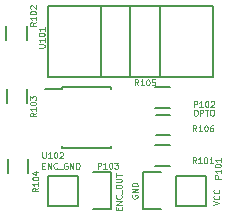
<source format=gto>
G04 #@! TF.FileFunction,Legend,Top*
%FSLAX46Y46*%
G04 Gerber Fmt 4.6, Leading zero omitted, Abs format (unit mm)*
G04 Created by KiCad (PCBNEW 4.0.1-stable) date 5/29/2016 12:54:54 PM*
%MOMM*%
G01*
G04 APERTURE LIST*
%ADD10C,0.100000*%
%ADD11C,0.125000*%
%ADD12C,0.150000*%
G04 APERTURE END LIST*
D10*
D11*
X182660000Y-114716190D02*
X182755238Y-114716190D01*
X182802857Y-114740000D01*
X182850476Y-114787619D01*
X182874285Y-114882857D01*
X182874285Y-115049524D01*
X182850476Y-115144762D01*
X182802857Y-115192381D01*
X182755238Y-115216190D01*
X182660000Y-115216190D01*
X182612381Y-115192381D01*
X182564762Y-115144762D01*
X182540952Y-115049524D01*
X182540952Y-114882857D01*
X182564762Y-114787619D01*
X182612381Y-114740000D01*
X182660000Y-114716190D01*
X183088572Y-115216190D02*
X183088572Y-114716190D01*
X183279048Y-114716190D01*
X183326667Y-114740000D01*
X183350476Y-114763810D01*
X183374286Y-114811429D01*
X183374286Y-114882857D01*
X183350476Y-114930476D01*
X183326667Y-114954286D01*
X183279048Y-114978095D01*
X183088572Y-114978095D01*
X183517143Y-114716190D02*
X183802857Y-114716190D01*
X183660000Y-115216190D02*
X183660000Y-114716190D01*
X184064762Y-114716190D02*
X184160000Y-114716190D01*
X184207619Y-114740000D01*
X184255238Y-114787619D01*
X184279047Y-114882857D01*
X184279047Y-115049524D01*
X184255238Y-115144762D01*
X184207619Y-115192381D01*
X184160000Y-115216190D01*
X184064762Y-115216190D01*
X184017143Y-115192381D01*
X183969524Y-115144762D01*
X183945714Y-115049524D01*
X183945714Y-114882857D01*
X183969524Y-114787619D01*
X184017143Y-114740000D01*
X184064762Y-114716190D01*
X176184286Y-123223809D02*
X176184286Y-123057143D01*
X176446190Y-122985714D02*
X176446190Y-123223809D01*
X175946190Y-123223809D01*
X175946190Y-122985714D01*
X176446190Y-122771428D02*
X175946190Y-122771428D01*
X176446190Y-122485714D01*
X175946190Y-122485714D01*
X176398571Y-121961904D02*
X176422381Y-121985714D01*
X176446190Y-122057142D01*
X176446190Y-122104761D01*
X176422381Y-122176190D01*
X176374762Y-122223809D01*
X176327143Y-122247618D01*
X176231905Y-122271428D01*
X176160476Y-122271428D01*
X176065238Y-122247618D01*
X176017619Y-122223809D01*
X175970000Y-122176190D01*
X175946190Y-122104761D01*
X175946190Y-122057142D01*
X175970000Y-121985714D01*
X175993810Y-121961904D01*
X176493810Y-121866666D02*
X176493810Y-121485714D01*
X175946190Y-121271428D02*
X175946190Y-121176190D01*
X175970000Y-121128571D01*
X176017619Y-121080952D01*
X176112857Y-121057143D01*
X176279524Y-121057143D01*
X176374762Y-121080952D01*
X176422381Y-121128571D01*
X176446190Y-121176190D01*
X176446190Y-121271428D01*
X176422381Y-121319047D01*
X176374762Y-121366666D01*
X176279524Y-121390476D01*
X176112857Y-121390476D01*
X176017619Y-121366666D01*
X175970000Y-121319047D01*
X175946190Y-121271428D01*
X175946190Y-120842856D02*
X176350952Y-120842856D01*
X176398571Y-120819047D01*
X176422381Y-120795237D01*
X176446190Y-120747618D01*
X176446190Y-120652380D01*
X176422381Y-120604761D01*
X176398571Y-120580952D01*
X176350952Y-120557142D01*
X175946190Y-120557142D01*
X175946190Y-120390475D02*
X175946190Y-120104761D01*
X176446190Y-120247618D02*
X175946190Y-120247618D01*
X169728572Y-119464286D02*
X169895238Y-119464286D01*
X169966667Y-119726190D02*
X169728572Y-119726190D01*
X169728572Y-119226190D01*
X169966667Y-119226190D01*
X170180953Y-119726190D02*
X170180953Y-119226190D01*
X170466667Y-119726190D01*
X170466667Y-119226190D01*
X170990477Y-119678571D02*
X170966667Y-119702381D01*
X170895239Y-119726190D01*
X170847620Y-119726190D01*
X170776191Y-119702381D01*
X170728572Y-119654762D01*
X170704763Y-119607143D01*
X170680953Y-119511905D01*
X170680953Y-119440476D01*
X170704763Y-119345238D01*
X170728572Y-119297619D01*
X170776191Y-119250000D01*
X170847620Y-119226190D01*
X170895239Y-119226190D01*
X170966667Y-119250000D01*
X170990477Y-119273810D01*
X171085715Y-119773810D02*
X171466667Y-119773810D01*
X171847619Y-119250000D02*
X171800000Y-119226190D01*
X171728572Y-119226190D01*
X171657143Y-119250000D01*
X171609524Y-119297619D01*
X171585715Y-119345238D01*
X171561905Y-119440476D01*
X171561905Y-119511905D01*
X171585715Y-119607143D01*
X171609524Y-119654762D01*
X171657143Y-119702381D01*
X171728572Y-119726190D01*
X171776191Y-119726190D01*
X171847619Y-119702381D01*
X171871429Y-119678571D01*
X171871429Y-119511905D01*
X171776191Y-119511905D01*
X172085715Y-119726190D02*
X172085715Y-119226190D01*
X172371429Y-119726190D01*
X172371429Y-119226190D01*
X172609525Y-119726190D02*
X172609525Y-119226190D01*
X172728572Y-119226190D01*
X172800001Y-119250000D01*
X172847620Y-119297619D01*
X172871429Y-119345238D01*
X172895239Y-119440476D01*
X172895239Y-119511905D01*
X172871429Y-119607143D01*
X172847620Y-119654762D01*
X172800001Y-119702381D01*
X172728572Y-119726190D01*
X172609525Y-119726190D01*
X177330000Y-121960953D02*
X177306190Y-122008572D01*
X177306190Y-122080000D01*
X177330000Y-122151429D01*
X177377619Y-122199048D01*
X177425238Y-122222857D01*
X177520476Y-122246667D01*
X177591905Y-122246667D01*
X177687143Y-122222857D01*
X177734762Y-122199048D01*
X177782381Y-122151429D01*
X177806190Y-122080000D01*
X177806190Y-122032381D01*
X177782381Y-121960953D01*
X177758571Y-121937143D01*
X177591905Y-121937143D01*
X177591905Y-122032381D01*
X177806190Y-121722857D02*
X177306190Y-121722857D01*
X177806190Y-121437143D01*
X177306190Y-121437143D01*
X177806190Y-121199047D02*
X177306190Y-121199047D01*
X177306190Y-121080000D01*
X177330000Y-121008571D01*
X177377619Y-120960952D01*
X177425238Y-120937143D01*
X177520476Y-120913333D01*
X177591905Y-120913333D01*
X177687143Y-120937143D01*
X177734762Y-120960952D01*
X177782381Y-121008571D01*
X177806190Y-121080000D01*
X177806190Y-121199047D01*
X184226190Y-122786666D02*
X184726190Y-122619999D01*
X184226190Y-122453333D01*
X184678571Y-122000952D02*
X184702381Y-122024762D01*
X184726190Y-122096190D01*
X184726190Y-122143809D01*
X184702381Y-122215238D01*
X184654762Y-122262857D01*
X184607143Y-122286666D01*
X184511905Y-122310476D01*
X184440476Y-122310476D01*
X184345238Y-122286666D01*
X184297619Y-122262857D01*
X184250000Y-122215238D01*
X184226190Y-122143809D01*
X184226190Y-122096190D01*
X184250000Y-122024762D01*
X184273810Y-122000952D01*
X184678571Y-121500952D02*
X184702381Y-121524762D01*
X184726190Y-121596190D01*
X184726190Y-121643809D01*
X184702381Y-121715238D01*
X184654762Y-121762857D01*
X184607143Y-121786666D01*
X184511905Y-121810476D01*
X184440476Y-121810476D01*
X184345238Y-121786666D01*
X184297619Y-121762857D01*
X184250000Y-121715238D01*
X184226190Y-121643809D01*
X184226190Y-121596190D01*
X184250000Y-121524762D01*
X184273810Y-121500952D01*
D12*
X181040000Y-120320000D02*
X183580000Y-120320000D01*
X178220000Y-120040000D02*
X179770000Y-120040000D01*
X181040000Y-120320000D02*
X181040000Y-122860000D01*
X179770000Y-123140000D02*
X178220000Y-123140000D01*
X178220000Y-123140000D02*
X178220000Y-120040000D01*
X181040000Y-122860000D02*
X183580000Y-122860000D01*
X183580000Y-122860000D02*
X183580000Y-120320000D01*
X172740000Y-122860000D02*
X170200000Y-122860000D01*
X175560000Y-123140000D02*
X174010000Y-123140000D01*
X172740000Y-122860000D02*
X172740000Y-120320000D01*
X174010000Y-120040000D02*
X175560000Y-120040000D01*
X175560000Y-120040000D02*
X175560000Y-123140000D01*
X172740000Y-120320000D02*
X170200000Y-120320000D01*
X170200000Y-120320000D02*
X170200000Y-122860000D01*
X179310000Y-117735000D02*
X180510000Y-117735000D01*
X180510000Y-119485000D02*
X179310000Y-119485000D01*
X168435000Y-107600000D02*
X168435000Y-108800000D01*
X166685000Y-108800000D02*
X166685000Y-107600000D01*
X166705000Y-114130000D02*
X166705000Y-112930000D01*
X168455000Y-112930000D02*
X168455000Y-114130000D01*
X166795000Y-120080000D02*
X166795000Y-118880000D01*
X168545000Y-118880000D02*
X168545000Y-120080000D01*
X179310000Y-112835000D02*
X180510000Y-112835000D01*
X180510000Y-114585000D02*
X179310000Y-114585000D01*
X177200000Y-105970000D02*
X177200000Y-111970000D01*
X177250000Y-111980000D02*
X177330000Y-111980000D01*
X179700000Y-105970000D02*
X179700000Y-111970000D01*
X174700000Y-105970000D02*
X174700000Y-111970000D01*
X170200000Y-105970000D02*
X184200000Y-105970000D01*
X184200000Y-105970000D02*
X184200000Y-111970000D01*
X184200000Y-111970000D02*
X170200000Y-111970000D01*
X170200000Y-111970000D02*
X170200000Y-105970000D01*
X171374001Y-112794000D02*
X171374001Y-112939000D01*
X175524001Y-112794000D02*
X175524001Y-112939000D01*
X175524001Y-117944000D02*
X175524001Y-117799000D01*
X171374001Y-117944000D02*
X171374001Y-117799000D01*
X171374001Y-112794000D02*
X175524001Y-112794000D01*
X171374001Y-117944000D02*
X175524001Y-117944000D01*
X171374001Y-112939000D02*
X169974001Y-112939000D01*
X180530000Y-116885000D02*
X179330000Y-116885000D01*
X179330000Y-115135000D02*
X180530000Y-115135000D01*
D11*
X184846190Y-120555237D02*
X184346190Y-120555237D01*
X184346190Y-120364761D01*
X184370000Y-120317142D01*
X184393810Y-120293333D01*
X184441429Y-120269523D01*
X184512857Y-120269523D01*
X184560476Y-120293333D01*
X184584286Y-120317142D01*
X184608095Y-120364761D01*
X184608095Y-120555237D01*
X184846190Y-119793333D02*
X184846190Y-120079047D01*
X184846190Y-119936190D02*
X184346190Y-119936190D01*
X184417619Y-119983809D01*
X184465238Y-120031428D01*
X184489048Y-120079047D01*
X184346190Y-119483809D02*
X184346190Y-119436190D01*
X184370000Y-119388571D01*
X184393810Y-119364762D01*
X184441429Y-119340952D01*
X184536667Y-119317143D01*
X184655714Y-119317143D01*
X184750952Y-119340952D01*
X184798571Y-119364762D01*
X184822381Y-119388571D01*
X184846190Y-119436190D01*
X184846190Y-119483809D01*
X184822381Y-119531428D01*
X184798571Y-119555238D01*
X184750952Y-119579047D01*
X184655714Y-119602857D01*
X184536667Y-119602857D01*
X184441429Y-119579047D01*
X184393810Y-119555238D01*
X184370000Y-119531428D01*
X184346190Y-119483809D01*
X184846190Y-118840953D02*
X184846190Y-119126667D01*
X184846190Y-118983810D02*
X184346190Y-118983810D01*
X184417619Y-119031429D01*
X184465238Y-119079048D01*
X184489048Y-119126667D01*
X182564763Y-114486190D02*
X182564763Y-113986190D01*
X182755239Y-113986190D01*
X182802858Y-114010000D01*
X182826667Y-114033810D01*
X182850477Y-114081429D01*
X182850477Y-114152857D01*
X182826667Y-114200476D01*
X182802858Y-114224286D01*
X182755239Y-114248095D01*
X182564763Y-114248095D01*
X183326667Y-114486190D02*
X183040953Y-114486190D01*
X183183810Y-114486190D02*
X183183810Y-113986190D01*
X183136191Y-114057619D01*
X183088572Y-114105238D01*
X183040953Y-114129048D01*
X183636191Y-113986190D02*
X183683810Y-113986190D01*
X183731429Y-114010000D01*
X183755238Y-114033810D01*
X183779048Y-114081429D01*
X183802857Y-114176667D01*
X183802857Y-114295714D01*
X183779048Y-114390952D01*
X183755238Y-114438571D01*
X183731429Y-114462381D01*
X183683810Y-114486190D01*
X183636191Y-114486190D01*
X183588572Y-114462381D01*
X183564762Y-114438571D01*
X183540953Y-114390952D01*
X183517143Y-114295714D01*
X183517143Y-114176667D01*
X183540953Y-114081429D01*
X183564762Y-114033810D01*
X183588572Y-114010000D01*
X183636191Y-113986190D01*
X183993333Y-114033810D02*
X184017143Y-114010000D01*
X184064762Y-113986190D01*
X184183809Y-113986190D01*
X184231428Y-114010000D01*
X184255238Y-114033810D01*
X184279047Y-114081429D01*
X184279047Y-114129048D01*
X184255238Y-114200476D01*
X183969524Y-114486190D01*
X184279047Y-114486190D01*
X174434763Y-119706190D02*
X174434763Y-119206190D01*
X174625239Y-119206190D01*
X174672858Y-119230000D01*
X174696667Y-119253810D01*
X174720477Y-119301429D01*
X174720477Y-119372857D01*
X174696667Y-119420476D01*
X174672858Y-119444286D01*
X174625239Y-119468095D01*
X174434763Y-119468095D01*
X175196667Y-119706190D02*
X174910953Y-119706190D01*
X175053810Y-119706190D02*
X175053810Y-119206190D01*
X175006191Y-119277619D01*
X174958572Y-119325238D01*
X174910953Y-119349048D01*
X175506191Y-119206190D02*
X175553810Y-119206190D01*
X175601429Y-119230000D01*
X175625238Y-119253810D01*
X175649048Y-119301429D01*
X175672857Y-119396667D01*
X175672857Y-119515714D01*
X175649048Y-119610952D01*
X175625238Y-119658571D01*
X175601429Y-119682381D01*
X175553810Y-119706190D01*
X175506191Y-119706190D01*
X175458572Y-119682381D01*
X175434762Y-119658571D01*
X175410953Y-119610952D01*
X175387143Y-119515714D01*
X175387143Y-119396667D01*
X175410953Y-119301429D01*
X175434762Y-119253810D01*
X175458572Y-119230000D01*
X175506191Y-119206190D01*
X175839524Y-119206190D02*
X176149047Y-119206190D01*
X175982381Y-119396667D01*
X176053809Y-119396667D01*
X176101428Y-119420476D01*
X176125238Y-119444286D01*
X176149047Y-119491905D01*
X176149047Y-119610952D01*
X176125238Y-119658571D01*
X176101428Y-119682381D01*
X176053809Y-119706190D01*
X175910952Y-119706190D01*
X175863333Y-119682381D01*
X175839524Y-119658571D01*
X182750477Y-119246190D02*
X182583810Y-119008095D01*
X182464763Y-119246190D02*
X182464763Y-118746190D01*
X182655239Y-118746190D01*
X182702858Y-118770000D01*
X182726667Y-118793810D01*
X182750477Y-118841429D01*
X182750477Y-118912857D01*
X182726667Y-118960476D01*
X182702858Y-118984286D01*
X182655239Y-119008095D01*
X182464763Y-119008095D01*
X183226667Y-119246190D02*
X182940953Y-119246190D01*
X183083810Y-119246190D02*
X183083810Y-118746190D01*
X183036191Y-118817619D01*
X182988572Y-118865238D01*
X182940953Y-118889048D01*
X183536191Y-118746190D02*
X183583810Y-118746190D01*
X183631429Y-118770000D01*
X183655238Y-118793810D01*
X183679048Y-118841429D01*
X183702857Y-118936667D01*
X183702857Y-119055714D01*
X183679048Y-119150952D01*
X183655238Y-119198571D01*
X183631429Y-119222381D01*
X183583810Y-119246190D01*
X183536191Y-119246190D01*
X183488572Y-119222381D01*
X183464762Y-119198571D01*
X183440953Y-119150952D01*
X183417143Y-119055714D01*
X183417143Y-118936667D01*
X183440953Y-118841429D01*
X183464762Y-118793810D01*
X183488572Y-118770000D01*
X183536191Y-118746190D01*
X184179047Y-119246190D02*
X183893333Y-119246190D01*
X184036190Y-119246190D02*
X184036190Y-118746190D01*
X183988571Y-118817619D01*
X183940952Y-118865238D01*
X183893333Y-118889048D01*
X169196190Y-107319523D02*
X168958095Y-107486190D01*
X169196190Y-107605237D02*
X168696190Y-107605237D01*
X168696190Y-107414761D01*
X168720000Y-107367142D01*
X168743810Y-107343333D01*
X168791429Y-107319523D01*
X168862857Y-107319523D01*
X168910476Y-107343333D01*
X168934286Y-107367142D01*
X168958095Y-107414761D01*
X168958095Y-107605237D01*
X169196190Y-106843333D02*
X169196190Y-107129047D01*
X169196190Y-106986190D02*
X168696190Y-106986190D01*
X168767619Y-107033809D01*
X168815238Y-107081428D01*
X168839048Y-107129047D01*
X168696190Y-106533809D02*
X168696190Y-106486190D01*
X168720000Y-106438571D01*
X168743810Y-106414762D01*
X168791429Y-106390952D01*
X168886667Y-106367143D01*
X169005714Y-106367143D01*
X169100952Y-106390952D01*
X169148571Y-106414762D01*
X169172381Y-106438571D01*
X169196190Y-106486190D01*
X169196190Y-106533809D01*
X169172381Y-106581428D01*
X169148571Y-106605238D01*
X169100952Y-106629047D01*
X169005714Y-106652857D01*
X168886667Y-106652857D01*
X168791429Y-106629047D01*
X168743810Y-106605238D01*
X168720000Y-106581428D01*
X168696190Y-106533809D01*
X168743810Y-106176667D02*
X168720000Y-106152857D01*
X168696190Y-106105238D01*
X168696190Y-105986191D01*
X168720000Y-105938572D01*
X168743810Y-105914762D01*
X168791429Y-105890953D01*
X168839048Y-105890953D01*
X168910476Y-105914762D01*
X169196190Y-106200476D01*
X169196190Y-105890953D01*
X169196190Y-115009523D02*
X168958095Y-115176190D01*
X169196190Y-115295237D02*
X168696190Y-115295237D01*
X168696190Y-115104761D01*
X168720000Y-115057142D01*
X168743810Y-115033333D01*
X168791429Y-115009523D01*
X168862857Y-115009523D01*
X168910476Y-115033333D01*
X168934286Y-115057142D01*
X168958095Y-115104761D01*
X168958095Y-115295237D01*
X169196190Y-114533333D02*
X169196190Y-114819047D01*
X169196190Y-114676190D02*
X168696190Y-114676190D01*
X168767619Y-114723809D01*
X168815238Y-114771428D01*
X168839048Y-114819047D01*
X168696190Y-114223809D02*
X168696190Y-114176190D01*
X168720000Y-114128571D01*
X168743810Y-114104762D01*
X168791429Y-114080952D01*
X168886667Y-114057143D01*
X169005714Y-114057143D01*
X169100952Y-114080952D01*
X169148571Y-114104762D01*
X169172381Y-114128571D01*
X169196190Y-114176190D01*
X169196190Y-114223809D01*
X169172381Y-114271428D01*
X169148571Y-114295238D01*
X169100952Y-114319047D01*
X169005714Y-114342857D01*
X168886667Y-114342857D01*
X168791429Y-114319047D01*
X168743810Y-114295238D01*
X168720000Y-114271428D01*
X168696190Y-114223809D01*
X168696190Y-113890476D02*
X168696190Y-113580953D01*
X168886667Y-113747619D01*
X168886667Y-113676191D01*
X168910476Y-113628572D01*
X168934286Y-113604762D01*
X168981905Y-113580953D01*
X169100952Y-113580953D01*
X169148571Y-113604762D01*
X169172381Y-113628572D01*
X169196190Y-113676191D01*
X169196190Y-113819048D01*
X169172381Y-113866667D01*
X169148571Y-113890476D01*
X169386190Y-121359523D02*
X169148095Y-121526190D01*
X169386190Y-121645237D02*
X168886190Y-121645237D01*
X168886190Y-121454761D01*
X168910000Y-121407142D01*
X168933810Y-121383333D01*
X168981429Y-121359523D01*
X169052857Y-121359523D01*
X169100476Y-121383333D01*
X169124286Y-121407142D01*
X169148095Y-121454761D01*
X169148095Y-121645237D01*
X169386190Y-120883333D02*
X169386190Y-121169047D01*
X169386190Y-121026190D02*
X168886190Y-121026190D01*
X168957619Y-121073809D01*
X169005238Y-121121428D01*
X169029048Y-121169047D01*
X168886190Y-120573809D02*
X168886190Y-120526190D01*
X168910000Y-120478571D01*
X168933810Y-120454762D01*
X168981429Y-120430952D01*
X169076667Y-120407143D01*
X169195714Y-120407143D01*
X169290952Y-120430952D01*
X169338571Y-120454762D01*
X169362381Y-120478571D01*
X169386190Y-120526190D01*
X169386190Y-120573809D01*
X169362381Y-120621428D01*
X169338571Y-120645238D01*
X169290952Y-120669047D01*
X169195714Y-120692857D01*
X169076667Y-120692857D01*
X168981429Y-120669047D01*
X168933810Y-120645238D01*
X168910000Y-120621428D01*
X168886190Y-120573809D01*
X169052857Y-119978572D02*
X169386190Y-119978572D01*
X168862381Y-120097619D02*
X169219524Y-120216667D01*
X169219524Y-119907143D01*
X177860477Y-112656190D02*
X177693810Y-112418095D01*
X177574763Y-112656190D02*
X177574763Y-112156190D01*
X177765239Y-112156190D01*
X177812858Y-112180000D01*
X177836667Y-112203810D01*
X177860477Y-112251429D01*
X177860477Y-112322857D01*
X177836667Y-112370476D01*
X177812858Y-112394286D01*
X177765239Y-112418095D01*
X177574763Y-112418095D01*
X178336667Y-112656190D02*
X178050953Y-112656190D01*
X178193810Y-112656190D02*
X178193810Y-112156190D01*
X178146191Y-112227619D01*
X178098572Y-112275238D01*
X178050953Y-112299048D01*
X178646191Y-112156190D02*
X178693810Y-112156190D01*
X178741429Y-112180000D01*
X178765238Y-112203810D01*
X178789048Y-112251429D01*
X178812857Y-112346667D01*
X178812857Y-112465714D01*
X178789048Y-112560952D01*
X178765238Y-112608571D01*
X178741429Y-112632381D01*
X178693810Y-112656190D01*
X178646191Y-112656190D01*
X178598572Y-112632381D01*
X178574762Y-112608571D01*
X178550953Y-112560952D01*
X178527143Y-112465714D01*
X178527143Y-112346667D01*
X178550953Y-112251429D01*
X178574762Y-112203810D01*
X178598572Y-112180000D01*
X178646191Y-112156190D01*
X179265238Y-112156190D02*
X179027143Y-112156190D01*
X179003333Y-112394286D01*
X179027143Y-112370476D01*
X179074762Y-112346667D01*
X179193809Y-112346667D01*
X179241428Y-112370476D01*
X179265238Y-112394286D01*
X179289047Y-112441905D01*
X179289047Y-112560952D01*
X179265238Y-112608571D01*
X179241428Y-112632381D01*
X179193809Y-112656190D01*
X179074762Y-112656190D01*
X179027143Y-112632381D01*
X179003333Y-112608571D01*
X169426190Y-109477142D02*
X169830952Y-109477142D01*
X169878571Y-109453333D01*
X169902381Y-109429523D01*
X169926190Y-109381904D01*
X169926190Y-109286666D01*
X169902381Y-109239047D01*
X169878571Y-109215238D01*
X169830952Y-109191428D01*
X169426190Y-109191428D01*
X169926190Y-108691428D02*
X169926190Y-108977142D01*
X169926190Y-108834285D02*
X169426190Y-108834285D01*
X169497619Y-108881904D01*
X169545238Y-108929523D01*
X169569048Y-108977142D01*
X169426190Y-108381904D02*
X169426190Y-108334285D01*
X169450000Y-108286666D01*
X169473810Y-108262857D01*
X169521429Y-108239047D01*
X169616667Y-108215238D01*
X169735714Y-108215238D01*
X169830952Y-108239047D01*
X169878571Y-108262857D01*
X169902381Y-108286666D01*
X169926190Y-108334285D01*
X169926190Y-108381904D01*
X169902381Y-108429523D01*
X169878571Y-108453333D01*
X169830952Y-108477142D01*
X169735714Y-108500952D01*
X169616667Y-108500952D01*
X169521429Y-108477142D01*
X169473810Y-108453333D01*
X169450000Y-108429523D01*
X169426190Y-108381904D01*
X169926190Y-107739048D02*
X169926190Y-108024762D01*
X169926190Y-107881905D02*
X169426190Y-107881905D01*
X169497619Y-107929524D01*
X169545238Y-107977143D01*
X169569048Y-108024762D01*
X169742858Y-118306190D02*
X169742858Y-118710952D01*
X169766667Y-118758571D01*
X169790477Y-118782381D01*
X169838096Y-118806190D01*
X169933334Y-118806190D01*
X169980953Y-118782381D01*
X170004762Y-118758571D01*
X170028572Y-118710952D01*
X170028572Y-118306190D01*
X170528572Y-118806190D02*
X170242858Y-118806190D01*
X170385715Y-118806190D02*
X170385715Y-118306190D01*
X170338096Y-118377619D01*
X170290477Y-118425238D01*
X170242858Y-118449048D01*
X170838096Y-118306190D02*
X170885715Y-118306190D01*
X170933334Y-118330000D01*
X170957143Y-118353810D01*
X170980953Y-118401429D01*
X171004762Y-118496667D01*
X171004762Y-118615714D01*
X170980953Y-118710952D01*
X170957143Y-118758571D01*
X170933334Y-118782381D01*
X170885715Y-118806190D01*
X170838096Y-118806190D01*
X170790477Y-118782381D01*
X170766667Y-118758571D01*
X170742858Y-118710952D01*
X170719048Y-118615714D01*
X170719048Y-118496667D01*
X170742858Y-118401429D01*
X170766667Y-118353810D01*
X170790477Y-118330000D01*
X170838096Y-118306190D01*
X171195238Y-118353810D02*
X171219048Y-118330000D01*
X171266667Y-118306190D01*
X171385714Y-118306190D01*
X171433333Y-118330000D01*
X171457143Y-118353810D01*
X171480952Y-118401429D01*
X171480952Y-118449048D01*
X171457143Y-118520476D01*
X171171429Y-118806190D01*
X171480952Y-118806190D01*
X182780477Y-116546190D02*
X182613810Y-116308095D01*
X182494763Y-116546190D02*
X182494763Y-116046190D01*
X182685239Y-116046190D01*
X182732858Y-116070000D01*
X182756667Y-116093810D01*
X182780477Y-116141429D01*
X182780477Y-116212857D01*
X182756667Y-116260476D01*
X182732858Y-116284286D01*
X182685239Y-116308095D01*
X182494763Y-116308095D01*
X183256667Y-116546190D02*
X182970953Y-116546190D01*
X183113810Y-116546190D02*
X183113810Y-116046190D01*
X183066191Y-116117619D01*
X183018572Y-116165238D01*
X182970953Y-116189048D01*
X183566191Y-116046190D02*
X183613810Y-116046190D01*
X183661429Y-116070000D01*
X183685238Y-116093810D01*
X183709048Y-116141429D01*
X183732857Y-116236667D01*
X183732857Y-116355714D01*
X183709048Y-116450952D01*
X183685238Y-116498571D01*
X183661429Y-116522381D01*
X183613810Y-116546190D01*
X183566191Y-116546190D01*
X183518572Y-116522381D01*
X183494762Y-116498571D01*
X183470953Y-116450952D01*
X183447143Y-116355714D01*
X183447143Y-116236667D01*
X183470953Y-116141429D01*
X183494762Y-116093810D01*
X183518572Y-116070000D01*
X183566191Y-116046190D01*
X184161428Y-116046190D02*
X184066190Y-116046190D01*
X184018571Y-116070000D01*
X183994762Y-116093810D01*
X183947143Y-116165238D01*
X183923333Y-116260476D01*
X183923333Y-116450952D01*
X183947143Y-116498571D01*
X183970952Y-116522381D01*
X184018571Y-116546190D01*
X184113809Y-116546190D01*
X184161428Y-116522381D01*
X184185238Y-116498571D01*
X184209047Y-116450952D01*
X184209047Y-116331905D01*
X184185238Y-116284286D01*
X184161428Y-116260476D01*
X184113809Y-116236667D01*
X184018571Y-116236667D01*
X183970952Y-116260476D01*
X183947143Y-116284286D01*
X183923333Y-116331905D01*
M02*

</source>
